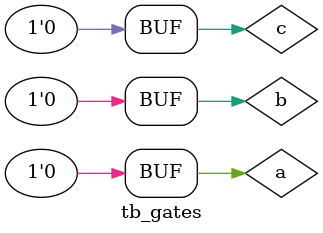
<source format=v>
`timescale 1us/1ns

module tb_gates();

	//declare nets and variables
	reg a,b,c;
	wire o1,o2,o3,o4,o10;
	
	//instantiate the DUT
	built_in_gates GATES1(
	.a(a), .b(b), .c(c), .o1(o1), .o2(o2), .o3(o3), .o4(o4), .o10(o10)
	);
	
	//generate stimulus 
	initial begin 
		#0.5; a = 1; b=0; c =1; 
		#1; a = 0; b=1;c=0;
		#2; a= 0; b=0;c=1;
		#1; a=1; b=1; c =1;
		#1; a=0; b =0; c =0;
		#5;
	end

endmodule
</source>
